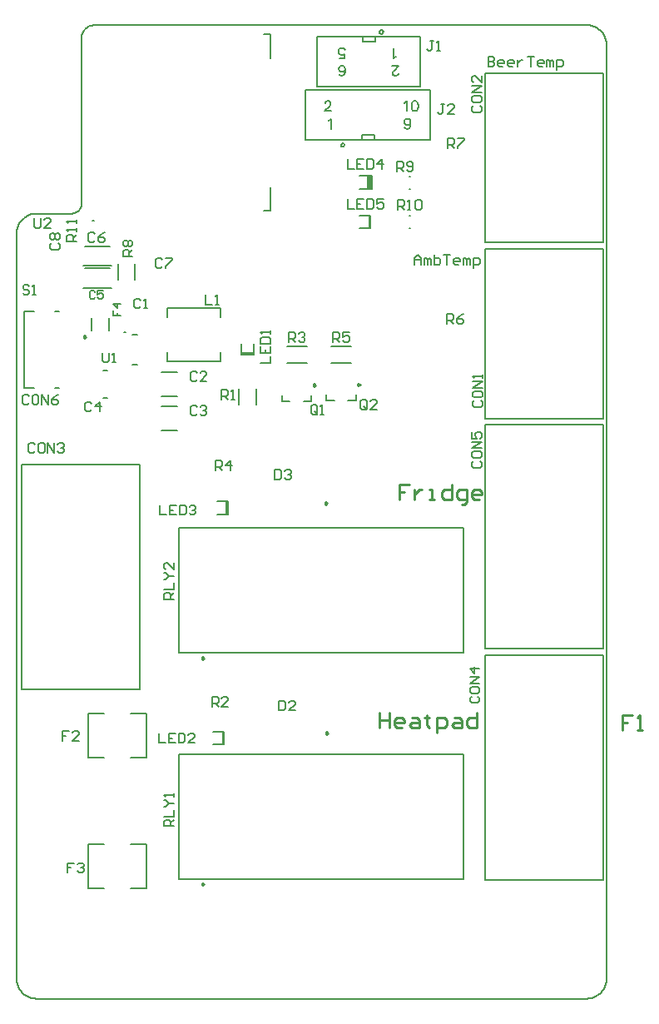
<source format=gto>
G04 Layer_Color=65535*
%FSLAX25Y25*%
%MOIN*%
G70*
G01*
G75*
%ADD42C,0.00984*%
%ADD43C,0.01000*%
%ADD46C,0.00787*%
%ADD54C,0.00500*%
%ADD55C,0.00591*%
%ADD56C,0.00600*%
%ADD57R,0.00803X0.05118*%
%ADD58R,0.00803X0.05118*%
%ADD59R,0.05118X0.00803*%
%ADD60R,0.00803X0.05118*%
%ADD61R,0.02165X0.05512*%
D42*
X380217Y416929D02*
X379478Y417355D01*
Y416503D01*
X380217Y416929D01*
X330807Y264272D02*
X330069Y264698D01*
Y263845D01*
X330807Y264272D01*
Y354823D02*
X330069Y355249D01*
Y354397D01*
X330807Y354823D01*
X375689Y464173D02*
X374951Y464600D01*
Y463747D01*
X375689Y464173D01*
X393406Y464370D02*
X392667Y464796D01*
Y463944D01*
X393406Y464370D01*
X380610Y324803D02*
X379872Y325229D01*
Y324377D01*
X380610Y324803D01*
X283661Y483465D02*
X282923Y483891D01*
Y483038D01*
X283661Y483465D01*
D43*
X401372Y333133D02*
Y327134D01*
Y330134D01*
X405371D01*
Y333133D01*
Y327134D01*
X410369D02*
X408370D01*
X407371Y328134D01*
Y330134D01*
X408370Y331133D01*
X410369D01*
X411369Y330134D01*
Y329134D01*
X407371D01*
X414368Y331133D02*
X416368D01*
X417367Y330134D01*
Y327134D01*
X414368D01*
X413369Y328134D01*
X414368Y329134D01*
X417367D01*
X420366Y332133D02*
Y331133D01*
X419367D01*
X421366D01*
X420366D01*
Y328134D01*
X421366Y327134D01*
X424365Y325135D02*
Y331133D01*
X427364D01*
X428364Y330134D01*
Y328134D01*
X427364Y327134D01*
X424365D01*
X431363Y331133D02*
X433362D01*
X434362Y330134D01*
Y327134D01*
X431363D01*
X430363Y328134D01*
X431363Y329134D01*
X434362D01*
X440360Y333133D02*
Y327134D01*
X437361D01*
X436361Y328134D01*
Y330134D01*
X437361Y331133D01*
X440360D01*
X413095Y424471D02*
X409096D01*
Y421472D01*
X411095D01*
X409096D01*
Y418473D01*
X415094Y422472D02*
Y418473D01*
Y420472D01*
X416094Y421472D01*
X417093Y422472D01*
X418093D01*
X421092Y418473D02*
X423091D01*
X422092D01*
Y422472D01*
X421092D01*
X430089Y424471D02*
Y418473D01*
X427090D01*
X426090Y419473D01*
Y421472D01*
X427090Y422472D01*
X430089D01*
X434088Y416474D02*
X435087D01*
X436087Y417473D01*
Y422472D01*
X433088D01*
X432089Y421472D01*
Y419473D01*
X433088Y418473D01*
X436087D01*
X441085D02*
X439086D01*
X438087Y419473D01*
Y421472D01*
X439086Y422472D01*
X441085D01*
X442085Y421472D01*
Y420472D01*
X438087D01*
X502409Y332037D02*
X498410D01*
Y329038D01*
X500410D01*
X498410D01*
Y326039D01*
X504409D02*
X506408D01*
X505408D01*
Y332037D01*
X504409Y331038D01*
D46*
X387362Y560303D02*
X386818Y561052D01*
X385938Y560766D01*
Y559840D01*
X386818Y559554D01*
X387362Y560303D01*
X299606Y485236D02*
X298819D01*
X299606D01*
X287008Y529921D02*
X286220D01*
X287008D01*
X402756Y605563D02*
X402212Y606312D01*
X401332Y606026D01*
Y605100D01*
X402212Y604814D01*
X402756Y605563D01*
X394075Y564303D02*
X399075D01*
X394075Y562303D02*
Y564303D01*
X399075Y562303D02*
Y564303D01*
X421476Y562264D02*
Y582343D01*
X371673Y562264D02*
Y582343D01*
X421476D01*
X371673Y562264D02*
X421476D01*
X285827Y486122D02*
Y491043D01*
X292913Y486122D02*
Y491043D01*
X302165Y484252D02*
X304134D01*
X302165Y472441D02*
X304134D01*
X364149Y473031D02*
X372071D01*
X364149Y479724D02*
X372071D01*
X316075Y491220D02*
Y494949D01*
Y473555D02*
Y477283D01*
Y473555D02*
X337469D01*
Y491220D02*
Y494949D01*
Y473555D02*
Y477283D01*
X316075Y494949D02*
X337469D01*
X301673Y280315D02*
X307953D01*
X284567D02*
X290846D01*
X284567Y262598D02*
Y280315D01*
X301673Y262598D02*
X307953D01*
X284567D02*
X290846D01*
X307953D02*
Y280315D01*
X320866Y266339D02*
Y316339D01*
Y266339D02*
X435039D01*
Y316339D01*
X320866D02*
X435039D01*
X344882Y456496D02*
Y462795D01*
X351969Y456496D02*
Y462795D01*
X336221Y412401D02*
X340551D01*
X336221Y417520D02*
X340551D01*
Y412401D02*
Y417520D01*
X320866Y356890D02*
Y406890D01*
Y356890D02*
X435039D01*
Y406890D01*
X320866D02*
X435039D01*
X393307Y526968D02*
X397638D01*
X393307Y532087D02*
X397638D01*
Y526968D02*
Y532087D01*
X376299Y583524D02*
Y603602D01*
X417638Y583524D02*
Y603602D01*
X376299Y583524D02*
X417638D01*
X376299Y603602D02*
X417638D01*
X394468Y601563D02*
X399468D01*
Y603563D01*
X394468Y601563D02*
Y603563D01*
X374016Y457677D02*
Y460040D01*
X370866Y457677D02*
X374016D01*
X362205D02*
Y460040D01*
Y457677D02*
X365354D01*
X413100Y531988D02*
X413672D01*
X413100Y527067D02*
X413672D01*
X284567Y314961D02*
Y332677D01*
X301673D02*
X307953D01*
X284567D02*
X290846D01*
X307953Y314961D02*
Y332677D01*
X301673Y314961D02*
X307953D01*
X284567D02*
X290846D01*
X345866Y476378D02*
Y480709D01*
X350984Y476378D02*
Y480709D01*
X345866Y476378D02*
X350984D01*
X303346Y506299D02*
Y512598D01*
X296654Y506299D02*
Y512598D01*
X381866Y473031D02*
X389788D01*
X381866Y479724D02*
X389788D01*
X379921Y457874D02*
X383071D01*
X379921D02*
Y460236D01*
X388583Y457874D02*
X391732D01*
Y460236D01*
X334646Y320276D02*
X338976D01*
X334646Y325394D02*
X338976D01*
Y320276D02*
Y325394D01*
X413100Y547736D02*
X413672D01*
X413100Y542815D02*
X413672D01*
X393110Y542520D02*
X398228D01*
X393110Y548032D02*
X398228D01*
Y542520D02*
Y548032D01*
X313780Y469488D02*
X320079D01*
X313780Y459646D02*
X320079D01*
X257874Y432362D02*
X305118D01*
Y342441D02*
Y432362D01*
X257874Y342441D02*
X305118D01*
X257874D02*
Y432362D01*
X290555Y470079D02*
X292122D01*
X290555Y459055D02*
X292122D01*
X313780Y455709D02*
X320079D01*
X313780Y445866D02*
X320079D01*
X271346Y462874D02*
X273031D01*
X259055D02*
X263043D01*
X259055D02*
Y493819D01*
X271346D02*
X273031D01*
X259055D02*
X263043D01*
X282468Y503039D02*
X293910D01*
X282468Y511922D02*
X293910D01*
X283256Y510925D02*
X293122D01*
X283256Y519783D02*
X293122D01*
X443701Y521181D02*
Y589055D01*
Y521181D02*
X490945D01*
Y589055D01*
X443701D02*
X490945D01*
X443701Y450709D02*
Y518583D01*
Y450709D02*
X490945D01*
Y518583D01*
X443701D02*
X490945D01*
Y358583D02*
Y448504D01*
X443701D02*
X490945D01*
X443701Y358583D02*
Y448504D01*
Y358583D02*
X490945D01*
Y266063D02*
Y355984D01*
X443701D02*
X490945D01*
X443701Y266063D02*
Y355984D01*
Y266063D02*
X490945D01*
X287008Y608268D02*
X286009Y608169D01*
X285049Y607878D01*
X284164Y607405D01*
X283389Y606769D01*
X282752Y605993D01*
X282279Y605108D01*
X281988Y604148D01*
X281890Y603150D01*
X277953Y532784D02*
X278972Y532918D01*
X279921Y533312D01*
X280737Y533937D01*
X281362Y534753D01*
X281756Y535702D01*
X281890Y536721D01*
X263780Y532784D02*
X262752Y532717D01*
X261742Y532516D01*
X260766Y532185D01*
X259843Y531729D01*
X258986Y531157D01*
X258212Y530478D01*
X257533Y529703D01*
X256961Y528847D01*
X256505Y527923D01*
X256174Y526948D01*
X255973Y525938D01*
X255906Y524910D01*
X255905Y226378D02*
X255973Y225350D01*
X256174Y224340D01*
X256505Y223365D01*
X256960Y222441D01*
X257533Y221585D01*
X258212Y220810D01*
X258986Y220131D01*
X259842Y219559D01*
X260766Y219103D01*
X261742Y218772D01*
X262752Y218571D01*
X263779Y218504D01*
X484252D02*
X485280Y218571D01*
X486290Y218772D01*
X487265Y219103D01*
X488189Y219559D01*
X489045Y220131D01*
X489820Y220810D01*
X490499Y221585D01*
X491071Y222441D01*
X491527Y223365D01*
X491858Y224340D01*
X492059Y225350D01*
X492126Y226378D01*
X492126Y600394D02*
X492059Y601421D01*
X491858Y602432D01*
X491527Y603407D01*
X491071Y604331D01*
X490499Y605187D01*
X489820Y605962D01*
X489045Y606641D01*
X488189Y607213D01*
X487265Y607668D01*
X486290Y608000D01*
X485280Y608200D01*
X484252Y608268D01*
X255905Y226378D02*
X255905Y524910D01*
X287008Y608268D02*
X484252Y608268D01*
X281890Y536684D02*
Y603150D01*
X263780Y532784D02*
X277953D01*
X492126Y226378D02*
X492126Y600394D01*
X263779Y218504D02*
X484252D01*
D54*
X354921Y604724D02*
X357480D01*
Y595079D02*
Y604724D01*
Y533858D02*
Y543504D01*
X354921Y533858D02*
X357480D01*
D55*
X305512Y498162D02*
X304856Y498818D01*
X303544D01*
X302888Y498162D01*
Y495539D01*
X303544Y494882D01*
X304856D01*
X305512Y495539D01*
X306824Y494882D02*
X308136D01*
X307480D01*
Y498818D01*
X306824Y498162D01*
X328084Y469028D02*
X327428Y469684D01*
X326116D01*
X325460Y469028D01*
Y466405D01*
X326116Y465749D01*
X327428D01*
X328084Y466405D01*
X332020Y465749D02*
X329396D01*
X332020Y468372D01*
Y469028D01*
X331364Y469684D01*
X330052D01*
X329396Y469028D01*
X328084Y455249D02*
X327428Y455905D01*
X326116D01*
X325460Y455249D01*
Y452625D01*
X326116Y451969D01*
X327428D01*
X328084Y452625D01*
X329396Y455249D02*
X330052Y455905D01*
X331364D01*
X332020Y455249D01*
Y454593D01*
X331364Y453937D01*
X330708D01*
X331364D01*
X332020Y453281D01*
Y452625D01*
X331364Y451969D01*
X330052D01*
X329396Y452625D01*
X285958Y456824D02*
X285302Y457480D01*
X283990D01*
X283334Y456824D01*
Y454200D01*
X283990Y453544D01*
X285302D01*
X285958Y454200D01*
X289238Y453544D02*
Y457480D01*
X287270Y455512D01*
X289894D01*
X287270Y501443D02*
X286746Y501968D01*
X285696D01*
X285172Y501443D01*
Y499344D01*
X285696Y498819D01*
X286746D01*
X287270Y499344D01*
X290419Y501968D02*
X288320D01*
Y500394D01*
X289370Y500918D01*
X289894D01*
X290419Y500394D01*
Y499344D01*
X289894Y498819D01*
X288845D01*
X288320Y499344D01*
X287139Y524540D02*
X286483Y525196D01*
X285172D01*
X284516Y524540D01*
Y521916D01*
X285172Y521260D01*
X286483D01*
X287139Y521916D01*
X291075Y525196D02*
X289763Y524540D01*
X288451Y523228D01*
Y521916D01*
X289107Y521260D01*
X290419D01*
X291075Y521916D01*
Y522572D01*
X290419Y523228D01*
X288451D01*
X314305Y514304D02*
X313649Y514960D01*
X312337D01*
X311681Y514304D01*
Y511680D01*
X312337Y511024D01*
X313649D01*
X314305Y511680D01*
X315617Y514960D02*
X318240D01*
Y514304D01*
X315617Y511680D01*
Y511024D01*
X415227Y512468D02*
Y515091D01*
X416539Y516403D01*
X417851Y515091D01*
Y512468D01*
Y514435D01*
X415227D01*
X419163Y512468D02*
Y515091D01*
X419819D01*
X420475Y514435D01*
Y512468D01*
Y514435D01*
X421131Y515091D01*
X421787Y514435D01*
Y512468D01*
X423099Y516403D02*
Y512468D01*
X425067D01*
X425723Y513124D01*
Y513779D01*
Y514435D01*
X425067Y515091D01*
X423099D01*
X427035Y516403D02*
X429658D01*
X428346D01*
Y512468D01*
X432938D02*
X431626D01*
X430970Y513124D01*
Y514435D01*
X431626Y515091D01*
X432938D01*
X433594Y514435D01*
Y513779D01*
X430970D01*
X434906Y512468D02*
Y515091D01*
X435562D01*
X436218Y514435D01*
Y512468D01*
Y514435D01*
X436874Y515091D01*
X437530Y514435D01*
Y512468D01*
X438842Y511156D02*
Y515091D01*
X440810D01*
X441466Y514435D01*
Y513124D01*
X440810Y512468D01*
X438842D01*
X439239Y457875D02*
X438583Y457219D01*
Y455907D01*
X439239Y455252D01*
X441863D01*
X442519Y455907D01*
Y457219D01*
X441863Y457875D01*
X438583Y461155D02*
Y459843D01*
X439239Y459187D01*
X441863D01*
X442519Y459843D01*
Y461155D01*
X441863Y461811D01*
X439239D01*
X438583Y461155D01*
X442519Y463123D02*
X438583D01*
X442519Y465747D01*
X438583D01*
X442519Y467059D02*
Y468371D01*
Y467715D01*
X438583D01*
X439239Y467059D01*
X444756Y595537D02*
Y591602D01*
X446723D01*
X447379Y592257D01*
Y592913D01*
X446723Y593569D01*
X444756D01*
X446723D01*
X447379Y594225D01*
Y594881D01*
X446723Y595537D01*
X444756D01*
X450659Y591602D02*
X449347D01*
X448691Y592257D01*
Y593569D01*
X449347Y594225D01*
X450659D01*
X451315Y593569D01*
Y592913D01*
X448691D01*
X454595Y591602D02*
X453283D01*
X452627Y592257D01*
Y593569D01*
X453283Y594225D01*
X454595D01*
X455251Y593569D01*
Y592913D01*
X452627D01*
X456563Y594225D02*
Y591602D01*
Y592913D01*
X457219Y593569D01*
X457875Y594225D01*
X458531D01*
X460499Y595537D02*
X463122D01*
X461810D01*
Y591602D01*
X466402D02*
X465090D01*
X464434Y592257D01*
Y593569D01*
X465090Y594225D01*
X466402D01*
X467058Y593569D01*
Y592913D01*
X464434D01*
X468370Y591602D02*
Y594225D01*
X469026D01*
X469682Y593569D01*
Y591602D01*
Y593569D01*
X470338Y594225D01*
X470994Y593569D01*
Y591602D01*
X472306Y590290D02*
Y594225D01*
X474274D01*
X474930Y593569D01*
Y592257D01*
X474274Y591602D01*
X472306D01*
X438846Y576117D02*
X438190Y575461D01*
Y574149D01*
X438846Y573493D01*
X441469D01*
X442125Y574149D01*
Y575461D01*
X441469Y576117D01*
X438190Y579397D02*
Y578085D01*
X438846Y577429D01*
X441469D01*
X442125Y578085D01*
Y579397D01*
X441469Y580053D01*
X438846D01*
X438190Y579397D01*
X442125Y581365D02*
X438190D01*
X442125Y583988D01*
X438190D01*
X442125Y587924D02*
Y585300D01*
X439501Y587924D01*
X438846D01*
X438190Y587268D01*
Y585956D01*
X438846Y585300D01*
X263125Y440288D02*
X262469Y440944D01*
X261157D01*
X260501Y440288D01*
Y437665D01*
X261157Y437008D01*
X262469D01*
X263125Y437665D01*
X266405Y440944D02*
X265093D01*
X264437Y440288D01*
Y437665D01*
X265093Y437008D01*
X266405D01*
X267061Y437665D01*
Y440288D01*
X266405Y440944D01*
X268373Y437008D02*
Y440944D01*
X270996Y437008D01*
Y440944D01*
X272308Y440288D02*
X272964Y440944D01*
X274276D01*
X274932Y440288D01*
Y439632D01*
X274276Y438976D01*
X273620D01*
X274276D01*
X274932Y438320D01*
Y437665D01*
X274276Y437008D01*
X272964D01*
X272308Y437665D01*
X438058Y339503D02*
X437402Y338847D01*
Y337535D01*
X438058Y336879D01*
X440682D01*
X441338Y337535D01*
Y338847D01*
X440682Y339503D01*
X437402Y342783D02*
Y341471D01*
X438058Y340815D01*
X440682D01*
X441338Y341471D01*
Y342783D01*
X440682Y343439D01*
X438058D01*
X437402Y342783D01*
X441338Y344750D02*
X437402D01*
X441338Y347374D01*
X437402D01*
X441338Y350654D02*
X437402D01*
X439370Y348686D01*
Y351310D01*
X438846Y433597D02*
X438190Y432941D01*
Y431629D01*
X438846Y430973D01*
X441469D01*
X442125Y431629D01*
Y432941D01*
X441469Y433597D01*
X438190Y436877D02*
Y435565D01*
X438846Y434909D01*
X441469D01*
X442125Y435565D01*
Y436877D01*
X441469Y437533D01*
X438846D01*
X438190Y436877D01*
X442125Y438845D02*
X438190D01*
X442125Y441469D01*
X438190D01*
Y445404D02*
Y442781D01*
X440158D01*
X439501Y444093D01*
Y444748D01*
X440158Y445404D01*
X441469D01*
X442125Y444748D01*
Y443437D01*
X441469Y442781D01*
X360893Y337795D02*
Y333859D01*
X362861D01*
X363517Y334515D01*
Y337139D01*
X362861Y337795D01*
X360893D01*
X367453Y333859D02*
X364829D01*
X367453Y336483D01*
Y337139D01*
X366797Y337795D01*
X365485D01*
X364829Y337139D01*
X359319Y430314D02*
Y426379D01*
X361286D01*
X361943Y427035D01*
Y429658D01*
X361286Y430314D01*
X359319D01*
X363254Y429658D02*
X363910Y430314D01*
X365222D01*
X365878Y429658D01*
Y429002D01*
X365222Y428346D01*
X364566D01*
X365222D01*
X365878Y427691D01*
Y427035D01*
X365222Y426379D01*
X363910D01*
X363254Y427035D01*
X422835Y601968D02*
X421523D01*
X422179D01*
Y598688D01*
X421523Y598032D01*
X420867D01*
X420211Y598688D01*
X424147Y598032D02*
X425458D01*
X424802D01*
Y601968D01*
X424147Y601312D01*
X427297Y576771D02*
X425985D01*
X426641D01*
Y573491D01*
X425985Y572835D01*
X425329D01*
X424673Y573491D01*
X431233Y572835D02*
X428609D01*
X431233Y575459D01*
Y576115D01*
X430577Y576771D01*
X429265D01*
X428609Y576115D01*
X331628Y500393D02*
Y496457D01*
X334252D01*
X335564D02*
X336876D01*
X336220D01*
Y500393D01*
X335564Y499737D01*
X353544Y472968D02*
X357480D01*
Y475592D01*
X353544Y479528D02*
Y476904D01*
X357480D01*
Y479528D01*
X355512Y476904D02*
Y478216D01*
X353544Y480839D02*
X357480D01*
Y482807D01*
X356824Y483463D01*
X354200D01*
X353544Y482807D01*
Y480839D01*
X357480Y484775D02*
Y486087D01*
Y485431D01*
X353544D01*
X354200Y484775D01*
X376378Y453019D02*
Y455643D01*
X375722Y456299D01*
X374410D01*
X373754Y455643D01*
Y453019D01*
X374410Y452363D01*
X375722D01*
X375066Y453675D02*
X376378Y452363D01*
X375722D02*
X376378Y453019D01*
X377690Y452363D02*
X379002D01*
X378346D01*
Y456299D01*
X377690Y455643D01*
X396194Y454987D02*
Y457611D01*
X395538Y458267D01*
X394227D01*
X393571Y457611D01*
Y454987D01*
X394227Y454331D01*
X395538D01*
X394882Y455643D02*
X396194Y454331D01*
X395538D02*
X396194Y454987D01*
X400130Y454331D02*
X397506D01*
X400130Y456955D01*
Y457611D01*
X399474Y458267D01*
X398162D01*
X397506Y457611D01*
X337927Y458268D02*
Y462204D01*
X339895D01*
X340551Y461548D01*
Y460236D01*
X339895Y459580D01*
X337927D01*
X339239D02*
X340551Y458268D01*
X341863D02*
X343175D01*
X342519D01*
Y462204D01*
X341863Y461548D01*
X364830Y481497D02*
Y485432D01*
X366798D01*
X367454Y484776D01*
Y483465D01*
X366798Y482809D01*
X364830D01*
X366142D02*
X367454Y481497D01*
X368766Y484776D02*
X369422Y485432D01*
X370734D01*
X371390Y484776D01*
Y484121D01*
X370734Y483465D01*
X370078D01*
X370734D01*
X371390Y482809D01*
Y482153D01*
X370734Y481497D01*
X369422D01*
X368766Y482153D01*
X382547Y481497D02*
Y485432D01*
X384515D01*
X385171Y484776D01*
Y483465D01*
X384515Y482809D01*
X382547D01*
X383859D02*
X385171Y481497D01*
X389107Y485432D02*
X386483D01*
Y483465D01*
X387795Y484121D01*
X388451D01*
X389107Y483465D01*
Y482153D01*
X388451Y481497D01*
X387139D01*
X386483Y482153D01*
X318897Y287535D02*
X314961D01*
Y289503D01*
X315617Y290159D01*
X316929D01*
X317585Y289503D01*
Y287535D01*
Y288847D02*
X318897Y290159D01*
X314961Y291471D02*
X318897D01*
Y294094D01*
X314961Y295406D02*
X315617D01*
X316929Y296718D01*
X315617Y298030D01*
X314961D01*
X316929Y296718D02*
X318897D01*
Y299342D02*
Y300654D01*
Y299998D01*
X314961D01*
X315617Y299342D01*
X290290Y477165D02*
Y473885D01*
X290946Y473229D01*
X292257D01*
X292913Y473885D01*
Y477165D01*
X294225Y473229D02*
X295537D01*
X294881D01*
Y477165D01*
X294225Y476509D01*
X262862Y531102D02*
Y527822D01*
X263518Y527166D01*
X264830D01*
X265486Y527822D01*
Y531102D01*
X269422Y527166D02*
X266798D01*
X269422Y529790D01*
Y530446D01*
X268766Y531102D01*
X267454D01*
X266798Y530446D01*
X278872Y272834D02*
X276248D01*
Y270866D01*
X277560D01*
X276248D01*
Y268898D01*
X280184Y272178D02*
X280839Y272834D01*
X282151D01*
X282807Y272178D01*
Y271522D01*
X282151Y270866D01*
X281495D01*
X282151D01*
X282807Y270210D01*
Y269554D01*
X282151Y268898D01*
X280839D01*
X280184Y269554D01*
X312863Y324802D02*
Y320867D01*
X315487D01*
X319423Y324802D02*
X316799D01*
Y320867D01*
X319423D01*
X316799Y322835D02*
X318111D01*
X320735Y324802D02*
Y320867D01*
X322703D01*
X323358Y321523D01*
Y324147D01*
X322703Y324802D01*
X320735D01*
X327294Y320867D02*
X324670D01*
X327294Y323491D01*
Y324147D01*
X326638Y324802D01*
X325326D01*
X324670Y324147D01*
X313257Y416141D02*
Y412205D01*
X315881D01*
X319816Y416141D02*
X317193D01*
Y412205D01*
X319816D01*
X317193Y414173D02*
X318505D01*
X321128Y416141D02*
Y412205D01*
X323096D01*
X323752Y412861D01*
Y415485D01*
X323096Y416141D01*
X321128D01*
X325064Y415485D02*
X325720Y416141D01*
X327032D01*
X327688Y415485D01*
Y414829D01*
X327032Y414173D01*
X326376D01*
X327032D01*
X327688Y413517D01*
Y412861D01*
X327032Y412205D01*
X325720D01*
X325064Y412861D01*
X388454Y554724D02*
Y550788D01*
X391078D01*
X395013Y554724D02*
X392389D01*
Y550788D01*
X395013D01*
X392389Y552756D02*
X393701D01*
X396325Y554724D02*
Y550788D01*
X398293D01*
X398949Y551444D01*
Y554068D01*
X398293Y554724D01*
X396325D01*
X402229Y550788D02*
Y554724D01*
X400261Y552756D01*
X402885D01*
X388454Y538582D02*
Y534646D01*
X391078D01*
X395013Y538582D02*
X392389D01*
Y534646D01*
X395013D01*
X392389Y536614D02*
X393701D01*
X396325Y538582D02*
Y534646D01*
X398293D01*
X398949Y535302D01*
Y537926D01*
X398293Y538582D01*
X396325D01*
X402885D02*
X400261D01*
Y536614D01*
X401573Y537270D01*
X402229D01*
X402885Y536614D01*
Y535302D01*
X402229Y534646D01*
X400917D01*
X400261Y535302D01*
X428216Y488583D02*
Y492519D01*
X430184D01*
X430840Y491863D01*
Y490551D01*
X430184Y489895D01*
X428216D01*
X429528D02*
X430840Y488583D01*
X434776Y492519D02*
X433464Y491863D01*
X432152Y490551D01*
Y489239D01*
X432808Y488583D01*
X434120D01*
X434776Y489239D01*
Y489895D01*
X434120Y490551D01*
X432152D01*
X408138Y549607D02*
Y553543D01*
X410105D01*
X410761Y552887D01*
Y551575D01*
X410105Y550919D01*
X408138D01*
X409449D02*
X410761Y549607D01*
X412073Y550263D02*
X412729Y549607D01*
X414041D01*
X414697Y550263D01*
Y552887D01*
X414041Y553543D01*
X412729D01*
X412073Y552887D01*
Y552231D01*
X412729Y551575D01*
X414697D01*
X408466Y534253D02*
Y538188D01*
X410434D01*
X411090Y537532D01*
Y536221D01*
X410434Y535565D01*
X408466D01*
X409778D02*
X411090Y534253D01*
X412402D02*
X413714D01*
X413058D01*
Y538188D01*
X412402Y537532D01*
X415682D02*
X416338Y538188D01*
X417650D01*
X418305Y537532D01*
Y534909D01*
X417650Y534253D01*
X416338D01*
X415682Y534909D01*
Y537532D01*
X334122Y335434D02*
Y339369D01*
X336090D01*
X336746Y338714D01*
Y337402D01*
X336090Y336746D01*
X334122D01*
X335434D02*
X336746Y335434D01*
X340681D02*
X338057D01*
X340681Y338057D01*
Y338714D01*
X340025Y339369D01*
X338714D01*
X338057Y338714D01*
X335697Y429922D02*
Y433858D01*
X337665D01*
X338320Y433202D01*
Y431890D01*
X337665Y431234D01*
X335697D01*
X337009D02*
X338320Y429922D01*
X341600D02*
Y433858D01*
X339632Y431890D01*
X342256D01*
X302362Y515618D02*
X298426D01*
Y517586D01*
X299082Y518242D01*
X300394D01*
X301050Y517586D01*
Y515618D01*
Y516930D02*
X302362Y518242D01*
X299082Y519554D02*
X298426Y520210D01*
Y521522D01*
X299082Y522177D01*
X299738D01*
X300394Y521522D01*
X301050Y522177D01*
X301706D01*
X302362Y521522D01*
Y520210D01*
X301706Y519554D01*
X301050D01*
X300394Y520210D01*
X299738Y519554D01*
X299082D01*
X300394Y520210D02*
Y521522D01*
X260763Y459580D02*
X260107Y460236D01*
X258795D01*
X258139Y459580D01*
Y456956D01*
X258795Y456300D01*
X260107D01*
X260763Y456956D01*
X264042Y460236D02*
X262731D01*
X262074Y459580D01*
Y456956D01*
X262731Y456300D01*
X264042D01*
X264698Y456956D01*
Y459580D01*
X264042Y460236D01*
X266010Y456300D02*
Y460236D01*
X268634Y456300D01*
Y460236D01*
X272570D02*
X271258Y459580D01*
X269946Y458268D01*
Y456956D01*
X270602Y456300D01*
X271914D01*
X272570Y456956D01*
Y457612D01*
X271914Y458268D01*
X269946D01*
X428610Y559056D02*
Y562992D01*
X430578D01*
X431234Y562335D01*
Y561024D01*
X430578Y560368D01*
X428610D01*
X429922D02*
X431234Y559056D01*
X432546Y562992D02*
X435170D01*
Y562335D01*
X432546Y559712D01*
Y559056D01*
X318897Y378414D02*
X314961D01*
Y380382D01*
X315617Y381038D01*
X316929D01*
X317585Y380382D01*
Y378414D01*
Y379726D02*
X318897Y381038D01*
X314961Y382350D02*
X318897D01*
Y384974D01*
X314961Y386286D02*
X315617D01*
X316929Y387598D01*
X315617Y388910D01*
X314961D01*
X316929Y387598D02*
X318897D01*
Y392845D02*
Y390222D01*
X316273Y392845D01*
X315617D01*
X314961Y392190D01*
Y390878D01*
X315617Y390222D01*
X276903Y325590D02*
X274279D01*
Y323622D01*
X275591D01*
X274279D01*
Y321654D01*
X280839D02*
X278215D01*
X280839Y324278D01*
Y324934D01*
X280183Y325590D01*
X278871D01*
X278215Y324934D01*
X269948Y520998D02*
X269292Y520342D01*
Y519030D01*
X269948Y518374D01*
X272572D01*
X273228Y519030D01*
Y520342D01*
X272572Y520998D01*
X269948Y522309D02*
X269292Y522965D01*
Y524277D01*
X269948Y524933D01*
X270604D01*
X271260Y524277D01*
X271916Y524933D01*
X272572D01*
X273228Y524277D01*
Y522965D01*
X272572Y522309D01*
X271916D01*
X271260Y522965D01*
X270604Y522309D01*
X269948D01*
X271260Y522965D02*
Y524277D01*
X294489Y493963D02*
Y491864D01*
X296063D01*
Y492914D01*
Y491864D01*
X297637D01*
Y496587D02*
X294489D01*
X296063Y495013D01*
Y497112D01*
X279921Y521721D02*
X275985D01*
Y523688D01*
X276641Y524344D01*
X277953D01*
X278609Y523688D01*
Y521721D01*
Y523032D02*
X279921Y524344D01*
Y525656D02*
Y526968D01*
Y526312D01*
X275985D01*
X276641Y525656D01*
X279921Y528936D02*
Y530248D01*
Y529592D01*
X275985D01*
X276641Y528936D01*
X261024Y503674D02*
X260368Y504330D01*
X259056D01*
X258400Y503674D01*
Y503018D01*
X259056Y502362D01*
X260368D01*
X261024Y501706D01*
Y501050D01*
X260368Y500394D01*
X259056D01*
X258400Y501050D01*
X262335Y500394D02*
X263647D01*
X262991D01*
Y504330D01*
X262335Y503674D01*
D56*
X413637Y569457D02*
X413447Y568886D01*
X413066Y568505D01*
X412495Y568315D01*
X412304D01*
X411733Y568505D01*
X411352Y568886D01*
X411161Y569457D01*
Y569648D01*
X411352Y570219D01*
X411733Y570600D01*
X412304Y570790D01*
X412495D01*
X413066Y570600D01*
X413447Y570219D01*
X413637Y569457D01*
Y568505D01*
X413447Y567553D01*
X413066Y566982D01*
X412495Y566791D01*
X412114D01*
X411542Y566982D01*
X411352Y567363D01*
X411161Y577115D02*
X411542Y577306D01*
X412114Y577877D01*
Y573878D01*
X415237Y577877D02*
X414665Y577687D01*
X414285Y577115D01*
X414094Y576163D01*
Y575592D01*
X414285Y574640D01*
X414665Y574068D01*
X415237Y573878D01*
X415618D01*
X416189Y574068D01*
X416570Y574640D01*
X416760Y575592D01*
Y576163D01*
X416570Y577115D01*
X416189Y577687D01*
X415618Y577877D01*
X415237D01*
X380807Y570029D02*
X381188Y570219D01*
X381759Y570790D01*
Y566791D01*
X379423Y576925D02*
Y577115D01*
X379613Y577496D01*
X379804Y577687D01*
X380185Y577877D01*
X380946D01*
X381327Y577687D01*
X381518Y577496D01*
X381708Y577115D01*
Y576734D01*
X381518Y576354D01*
X381137Y575782D01*
X379232Y573878D01*
X381898D01*
X385183Y595064D02*
X387088D01*
X387278Y596778D01*
X387088Y596587D01*
X386516Y596397D01*
X385945D01*
X385374Y596587D01*
X384993Y596968D01*
X384803Y597540D01*
Y597920D01*
X384993Y598492D01*
X385374Y598873D01*
X385945Y599063D01*
X386516D01*
X387088Y598873D01*
X387278Y598682D01*
X387469Y598301D01*
X385183Y588635D02*
X385374Y588254D01*
X385945Y588064D01*
X386326D01*
X386897Y588254D01*
X387278Y588826D01*
X387469Y589778D01*
Y590730D01*
X387278Y591492D01*
X386897Y591873D01*
X386326Y592063D01*
X386136D01*
X385564Y591873D01*
X385183Y591492D01*
X384993Y590920D01*
Y590730D01*
X385183Y590159D01*
X385564Y589778D01*
X386136Y589587D01*
X386326D01*
X386897Y589778D01*
X387278Y590159D01*
X387469Y590730D01*
X407969Y595825D02*
X407588Y595635D01*
X407016Y595064D01*
Y599063D01*
X408778Y589016D02*
Y588826D01*
X408588Y588445D01*
X408397Y588254D01*
X408016Y588064D01*
X407255D01*
X406874Y588254D01*
X406683Y588445D01*
X406493Y588826D01*
Y589206D01*
X406683Y589587D01*
X407064Y590159D01*
X408969Y592063D01*
X406302D01*
D57*
X339984Y415020D02*
D03*
D58*
X397071Y529587D02*
D03*
D59*
X348484Y476945D02*
D03*
D60*
X338409Y322894D02*
D03*
D61*
X397146Y545276D02*
D03*
M02*

</source>
